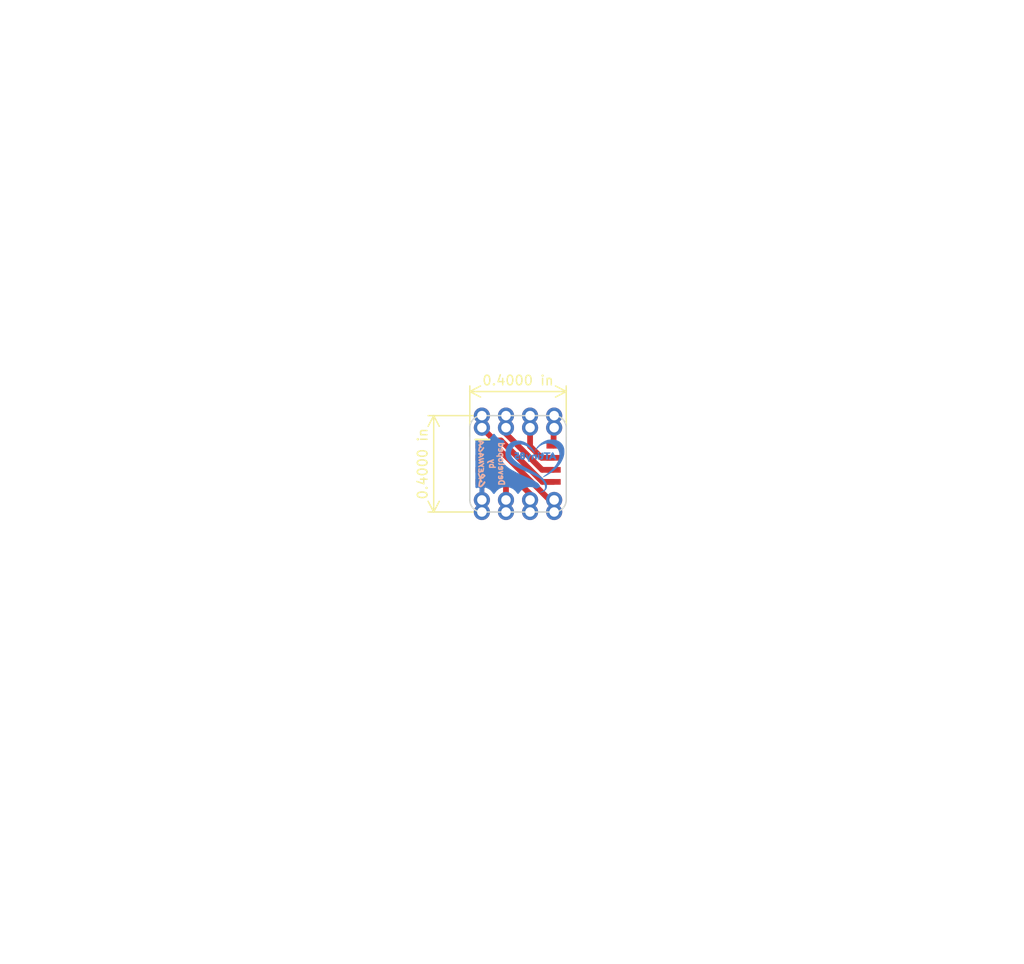
<source format=kicad_pcb>
(kicad_pcb (version 20171130) (host pcbnew 5.1.4-e60b266~84~ubuntu18.04.1)

  (general
    (thickness 1.6)
    (drawings 11)
    (tracks 23)
    (zones 0)
    (modules 5)
    (nets 9)
  )

  (page A4)
  (layers
    (0 F.Cu signal)
    (31 B.Cu signal)
    (34 B.Paste user)
    (35 F.Paste user)
    (36 B.SilkS user)
    (37 F.SilkS user)
    (38 B.Mask user)
    (39 F.Mask user)
    (44 Edge.Cuts user)
    (45 Margin user)
    (46 B.CrtYd user)
    (47 F.CrtYd user)
    (48 B.Fab user)
    (49 F.Fab user)
  )

  (setup
    (last_trace_width 0.25)
    (user_trace_width 0.1524)
    (user_trace_width 0.2032)
    (user_trace_width 0.4)
    (user_trace_width 0.5)
    (user_trace_width 0.6096)
    (user_trace_width 0.8)
    (user_trace_width 1)
    (user_trace_width 2)
    (trace_clearance 0.2)
    (zone_clearance 0.508)
    (zone_45_only no)
    (trace_min 0.1524)
    (via_size 0.6858)
    (via_drill 0.3302)
    (via_min_size 0.508)
    (via_min_drill 0.254)
    (uvia_size 0.762)
    (uvia_drill 0.508)
    (uvias_allowed no)
    (uvia_min_size 0.762)
    (uvia_min_drill 0)
    (edge_width 0.1524)
    (segment_width 0.1524)
    (pcb_text_width 0.1524)
    (pcb_text_size 1.016 1)
    (mod_edge_width 0.1524)
    (mod_text_size 1.016 1.016)
    (mod_text_width 0.1524)
    (pad_size 1.524 1.524)
    (pad_drill 0.762)
    (pad_to_mask_clearance 0.0508)
    (solder_mask_min_width 0.101)
    (pad_to_paste_clearance -0.0762)
    (aux_axis_origin 0 0)
    (visible_elements FFFFFF7F)
    (pcbplotparams
      (layerselection 0x010fc_ffffffff)
      (usegerberextensions false)
      (usegerberattributes false)
      (usegerberadvancedattributes false)
      (creategerberjobfile false)
      (excludeedgelayer true)
      (linewidth 0.100000)
      (plotframeref false)
      (viasonmask false)
      (mode 1)
      (useauxorigin false)
      (hpglpennumber 1)
      (hpglpenspeed 20)
      (hpglpendiameter 15.000000)
      (psnegative false)
      (psa4output false)
      (plotreference true)
      (plotvalue true)
      (plotinvisibletext false)
      (padsonsilk false)
      (subtractmaskfromsilk false)
      (outputformat 1)
      (mirror false)
      (drillshape 0)
      (scaleselection 1)
      (outputdirectory "/home/greynaga/Github/Varios/Reverse-Leds/Attiny85_01/Gerbers/"))
  )

  (net 0 "")
  (net 1 GND)
  (net 2 "Net-(IC1-Pad1)")
  (net 3 "Net-(IC1-Pad2)")
  (net 4 "Net-(IC1-Pad3)")
  (net 5 "Net-(IC1-Pad5)")
  (net 6 "Net-(IC1-Pad6)")
  (net 7 "Net-(IC1-Pad7)")
  (net 8 VCC)

  (net_class Default "This is the default net class."
    (clearance 0.2)
    (trace_width 0.25)
    (via_dia 0.6858)
    (via_drill 0.3302)
    (uvia_dia 0.762)
    (uvia_drill 0.508)
    (add_net GND)
    (add_net "Net-(IC1-Pad1)")
    (add_net "Net-(IC1-Pad2)")
    (add_net "Net-(IC1-Pad3)")
    (add_net "Net-(IC1-Pad5)")
    (add_net "Net-(IC1-Pad6)")
    (add_net "Net-(IC1-Pad7)")
    (add_net VCC)
  )

  (net_class Power ""
    (clearance 0.1524)
    (trace_width 0.6096)
    (via_dia 0.6858)
    (via_drill 0.3302)
    (uvia_dia 0.762)
    (uvia_drill 0.508)
  )

  (module Attiny85_01:Firma_New (layer F.Cu) (tedit 0) (tstamp 5DAA5B6D)
    (at 145.8214 99.56292 270)
    (fp_text reference Ref** (at 0 0 90) (layer F.SilkS) hide
      (effects (font (size 1.27 1.27) (thickness 0.15)))
    )
    (fp_text value Val** (at 0 0 90) (layer F.SilkS) hide
      (effects (font (size 1.27 1.27) (thickness 0.15)))
    )
    (fp_poly (pts (xy -0.378186 -0.471319) (xy -0.364791 -0.443527) (xy -0.345922 -0.386996) (xy -0.32655 -0.317311)
      (xy -0.293117 -0.202963) (xy -0.259737 -0.120324) (xy -0.228198 -0.073243) (xy -0.208502 -0.0635)
      (xy -0.197974 -0.082151) (xy -0.194256 -0.129364) (xy -0.196695 -0.192032) (xy -0.204637 -0.257047)
      (xy -0.217427 -0.311302) (xy -0.22139 -0.321851) (xy -0.217257 -0.358426) (xy -0.189693 -0.40416)
      (xy -0.150388 -0.444571) (xy -0.111029 -0.465175) (xy -0.105323 -0.465667) (xy -0.088209 -0.447725)
      (xy -0.058825 -0.399929) (xy -0.021604 -0.331326) (xy 0.019022 -0.250962) (xy 0.058623 -0.167885)
      (xy 0.092767 -0.091139) (xy 0.117021 -0.029771) (xy 0.126955 0.007172) (xy 0.127 0.008582)
      (xy 0.115352 0.065509) (xy 0.086839 0.116314) (xy 0.051105 0.145741) (xy 0.038764 0.148167)
      (xy 0.001273 0.127178) (xy -0.033673 0.06486) (xy -0.03422 0.0635) (xy -0.060453 0.010717)
      (xy -0.085122 -0.019174) (xy -0.101995 -0.020449) (xy -0.105833 -0.002239) (xy -0.119716 0.025147)
      (xy -0.153264 0.066659) (xy -0.194331 0.109373) (xy -0.23077 0.140365) (xy -0.247199 0.148167)
      (xy -0.27687 0.137075) (xy -0.312911 0.115132) (xy -0.364518 0.063435) (xy -0.406156 -0.015273)
      (xy -0.440981 -0.127547) (xy -0.451369 -0.172404) (xy -0.469024 -0.248274) (xy -0.485688 -0.311042)
      (xy -0.496264 -0.343156) (xy -0.493014 -0.376279) (xy -0.468512 -0.417015) (xy -0.433553 -0.453645)
      (xy -0.398931 -0.474455) (xy -0.378186 -0.471319)) (layer B.SilkS) (width 0.01))
    (fp_poly (pts (xy 0.79208 -0.442648) (xy 0.813375 -0.438379) (xy 0.91605 -0.414523) (xy 0.982039 -0.390855)
      (xy 1.01676 -0.363153) (xy 1.025631 -0.327193) (xy 1.014951 -0.281257) (xy 1.003653 -0.230805)
      (xy 1.012073 -0.182317) (xy 1.035762 -0.129754) (xy 1.063531 -0.058446) (xy 1.078601 0.013089)
      (xy 1.0795 0.029706) (xy 1.068087 0.095097) (xy 1.031619 0.13849) (xy 0.966748 0.161015)
      (xy 0.870127 0.163803) (xy 0.738411 0.147983) (xy 0.732296 0.146967) (xy 0.664348 0.130192)
      (xy 0.610706 0.107537) (xy 0.595385 0.096456) (xy 0.574733 0.069031) (xy 0.583687 0.044112)
      (xy 0.603922 0.023007) (xy 0.631396 0.00148) (xy 0.664004 -0.007551) (xy 0.714572 -0.005497)
      (xy 0.779667 0.00366) (xy 0.865064 0.014412) (xy 0.91409 0.01287) (xy 0.931273 -0.002333)
      (xy 0.921142 -0.032564) (xy 0.917812 -0.038057) (xy 0.877818 -0.065921) (xy 0.802499 -0.083448)
      (xy 0.78914 -0.084984) (xy 0.719918 -0.09703) (xy 0.664585 -0.115235) (xy 0.647921 -0.12506)
      (xy 0.624544 -0.149916) (xy 0.631458 -0.173688) (xy 0.64833 -0.193535) (xy 0.703999 -0.225207)
      (xy 0.76528 -0.232833) (xy 0.824464 -0.238504) (xy 0.843732 -0.253042) (xy 0.823587 -0.272736)
      (xy 0.764535 -0.293873) (xy 0.756708 -0.295874) (xy 0.683255 -0.314224) (xy 0.615198 -0.331395)
      (xy 0.60325 -0.334438) (xy 0.549291 -0.362563) (xy 0.533084 -0.396833) (xy 0.543527 -0.43719)
      (xy 0.589742 -0.458214) (xy 0.672376 -0.460001) (xy 0.79208 -0.442648)) (layer B.SilkS) (width 0.01))
    (fp_poly (pts (xy -0.778598 -0.427894) (xy -0.763192 -0.413892) (xy -0.719133 -0.378112) (xy -0.684023 -0.360283)
      (xy -0.680124 -0.359833) (xy -0.660701 -0.341802) (xy -0.629973 -0.294024) (xy -0.59257 -0.225974)
      (xy -0.553119 -0.147128) (xy -0.516249 -0.066959) (xy -0.486586 0.005057) (xy -0.46876 0.059446)
      (xy -0.465667 0.079232) (xy -0.481074 0.132437) (xy -0.519932 0.157921) (xy -0.570147 0.148891)
      (xy -0.604977 0.11627) (xy -0.614584 0.089213) (xy -0.625157 0.043348) (xy -0.643116 0.002808)
      (xy -0.66436 -0.029938) (xy -0.677401 -0.027247) (xy -0.685084 -0.010332) (xy -0.703631 0.013232)
      (xy -0.742 0.019265) (xy -0.783548 0.015333) (xy -0.844393 0.012873) (xy -0.877574 0.022857)
      (xy -0.877715 0.042004) (xy -0.855289 0.059095) (xy -0.832605 0.081358) (xy -0.840819 0.115779)
      (xy -0.845006 0.123896) (xy -0.881273 0.16282) (xy -0.927277 0.161079) (xy -0.982903 0.119688)
      (xy -1.019636 0.065612) (xy -1.021857 0.014118) (xy -1.023183 -0.034952) (xy -1.045333 -0.054918)
      (xy -1.07603 -0.081651) (xy -1.07112 -0.116747) (xy -1.032618 -0.149159) (xy -1.02772 -0.1515)
      (xy -0.990231 -0.180963) (xy -0.985918 -0.190156) (xy -0.823646 -0.190156) (xy -0.821059 -0.148254)
      (xy -0.799646 -0.120104) (xy -0.799042 -0.119852) (xy -0.751923 -0.108192) (xy -0.722955 -0.114388)
      (xy -0.719667 -0.12229) (xy -0.731591 -0.155618) (xy -0.758869 -0.192529) (xy -0.788762 -0.218367)
      (xy -0.805782 -0.221355) (xy -0.823646 -0.190156) (xy -0.985918 -0.190156) (xy -0.964754 -0.235264)
      (xy -0.953637 -0.279088) (xy -0.940609 -0.345219) (xy -0.932576 -0.396378) (xy -0.931333 -0.411497)
      (xy -0.913232 -0.436934) (xy -0.875475 -0.45393) (xy -0.825929 -0.455543) (xy -0.778598 -0.427894)) (layer B.SilkS) (width 0.01))
    (fp_poly (pts (xy -1.423649 -0.411105) (xy -1.335717 -0.353688) (xy -1.273498 -0.307452) (xy -1.225877 -0.262701)
      (xy -1.181738 -0.209737) (xy -1.161068 -0.182033) (xy -1.11169 -0.088635) (xy -1.103519 -0.000754)
      (xy -1.13661 0.079995) (xy -1.151246 0.098774) (xy -1.186786 0.133792) (xy -1.225057 0.15029)
      (xy -1.282487 0.15373) (xy -1.313528 0.152716) (xy -1.395277 0.142891) (xy -1.500794 0.12155)
      (xy -1.614365 0.092454) (xy -1.720279 0.059366) (xy -1.752422 0.047619) (xy -1.774025 0.046286)
      (xy -1.771003 0.057698) (xy -1.77298 0.088437) (xy -1.796854 0.1294) (xy -1.829014 0.161613)
      (xy -1.854774 0.161632) (xy -1.869741 0.151079) (xy -1.898831 0.112674) (xy -1.92501 0.05625)
      (xy -1.926726 0.051223) (xy -1.948437 0.003672) (xy -1.970854 -0.020732) (xy -1.986556 -0.016274)
      (xy -1.989667 0.002753) (xy -2.009495 0.01727) (xy -2.068451 0.017591) (xy -2.084917 0.015936)
      (xy -2.14787 0.012643) (xy -2.176597 0.02206) (xy -2.180167 0.032586) (xy -2.164511 0.063417)
      (xy -2.155965 0.068039) (xy -2.144584 0.088373) (xy -2.155716 0.122206) (xy -2.180816 0.154271)
      (xy -2.211339 0.169302) (xy -2.212662 0.169333) (xy -2.249627 0.155346) (xy -2.286 0.127)
      (xy -2.318129 0.075046) (xy -2.328333 0.028125) (xy -2.342086 -0.031088) (xy -2.365094 -0.069037)
      (xy -2.389515 -0.100881) (xy -2.383196 -0.121833) (xy -2.361976 -0.138817) (xy -2.350741 -0.144516)
      (xy -2.127848 -0.144516) (xy -2.112603 -0.12404) (xy -2.079067 -0.111567) (xy -2.039191 -0.105721)
      (xy -2.013036 -0.108816) (xy -2.010833 -0.112305) (xy -2.022144 -0.131707) (xy -2.050361 -0.172199)
      (xy -2.061268 -0.187136) (xy -2.111702 -0.255496) (xy -2.125995 -0.198547) (xy -2.127848 -0.144516)
      (xy -2.350741 -0.144516) (xy -2.324679 -0.157735) (xy -2.305628 -0.157799) (xy -2.293096 -0.171021)
      (xy -2.277216 -0.215666) (xy -2.264148 -0.269602) (xy -2.246507 -0.353874) (xy -2.232943 -0.405721)
      (xy -2.218831 -0.434147) (xy -2.19955 -0.448156) (xy -2.170476 -0.456752) (xy -2.167714 -0.457444)
      (xy -2.117891 -0.460002) (xy -2.091672 -0.436908) (xy -2.059917 -0.403306) (xy -2.009964 -0.369979)
      (xy -2.00796 -0.368931) (xy -1.953087 -0.323207) (xy -1.90339 -0.242968) (xy -1.890637 -0.215473)
      (xy -1.861981 -0.151662) (xy -1.840402 -0.105697) (xy -1.831441 -0.088912) (xy -1.81206 -0.095835)
      (xy -1.769979 -0.120625) (xy -1.744987 -0.137074) (xy -1.659725 -0.186023) (xy -1.59242 -0.207122)
      (xy -1.546994 -0.20095) (xy -1.527368 -0.168087) (xy -1.537465 -0.109112) (xy -1.538414 -0.106558)
      (xy -1.561886 -0.044374) (xy -1.452985 -0.02014) (xy -1.376586 -0.007284) (xy -1.306333 -0.002173)
      (xy -1.280583 -0.003244) (xy -1.217083 -0.010583) (xy -1.315775 -0.116417) (xy -1.389124 -0.184707)
      (xy -1.47496 -0.250005) (xy -1.532659 -0.28575) (xy -1.59389 -0.321092) (xy -1.636631 -0.350433)
      (xy -1.650926 -0.366087) (xy -1.637347 -0.390982) (xy -1.60399 -0.429835) (xy -1.598274 -0.435651)
      (xy -1.545547 -0.488378) (xy -1.423649 -0.411105)) (layer B.SilkS) (width 0.01))
    (fp_poly (pts (xy 1.430236 -0.598473) (xy 1.477319 -0.558436) (xy 1.5231 -0.509075) (xy 1.577566 -0.451008)
      (xy 1.620277 -0.419202) (xy 1.640195 -0.415594) (xy 1.65884 -0.412805) (xy 1.676397 -0.385695)
      (xy 1.694892 -0.329012) (xy 1.716348 -0.237507) (xy 1.725112 -0.195398) (xy 1.739203 -0.126213)
      (xy 1.796287 -0.174231) (xy 1.85302 -0.213981) (xy 1.923447 -0.253392) (xy 1.942199 -0.262287)
      (xy 2.001763 -0.285627) (xy 2.038652 -0.288638) (xy 2.063263 -0.27557) (xy 2.091915 -0.226612)
      (xy 2.088887 -0.16219) (xy 2.075278 -0.128765) (xy 2.068758 -0.106332) (xy 2.083556 -0.090229)
      (xy 2.127412 -0.075419) (xy 2.174348 -0.064284) (xy 2.296034 -0.040829) (xy 2.381189 -0.03336)
      (xy 2.432399 -0.041681) (xy 2.437588 -0.044448) (xy 2.43861 -0.066529) (xy 2.412262 -0.107705)
      (xy 2.365024 -0.161649) (xy 2.303376 -0.222036) (xy 2.233799 -0.282539) (xy 2.162773 -0.336833)
      (xy 2.096779 -0.378591) (xy 2.093444 -0.380388) (xy 2.024741 -0.4193) (xy 1.987027 -0.448656)
      (xy 1.972616 -0.476116) (xy 1.972568 -0.500833) (xy 1.994856 -0.550038) (xy 2.033147 -0.585994)
      (xy 2.063766 -0.601666) (xy 2.092034 -0.603836) (xy 2.129234 -0.589588) (xy 2.18665 -0.556005)
      (xy 2.213064 -0.539487) (xy 2.330194 -0.457162) (xy 2.435478 -0.366805) (xy 2.520464 -0.27657)
      (xy 2.576698 -0.194608) (xy 2.582154 -0.183481) (xy 2.606784 -0.083376) (xy 2.590591 0.014135)
      (xy 2.536476 0.099697) (xy 2.508364 0.126765) (xy 2.479124 0.141556) (xy 2.43687 0.146402)
      (xy 2.369714 0.143636) (xy 2.328333 0.140539) (xy 2.22566 0.127315) (xy 2.113678 0.104506)
      (xy 2.003264 0.075242) (xy 1.905297 0.042649) (xy 1.830655 0.009855) (xy 1.797519 -0.012074)
      (xy 1.77062 -0.033628) (xy 1.759316 -0.027103) (xy 1.756857 0.013975) (xy 1.756833 0.026957)
      (xy 1.74597 0.092901) (xy 1.718115 0.140273) (xy 1.680371 0.15929) (xy 1.662909 0.15633)
      (xy 1.634562 0.130094) (xy 1.608438 0.084114) (xy 1.583166 0.023103) (xy 1.527125 0.064348)
      (xy 1.466643 0.099113) (xy 1.383974 0.134744) (xy 1.295106 0.16552) (xy 1.216025 0.185718)
      (xy 1.174614 0.1905) (xy 1.129561 0.179947) (xy 1.108912 0.160289) (xy 1.102403 0.115441)
      (xy 1.104284 0.082417) (xy 1.116615 0.051953) (xy 1.149529 0.030515) (xy 1.213149 0.01194)
      (xy 1.224136 0.009429) (xy 1.311572 -0.014319) (xy 1.382423 -0.041317) (xy 1.427652 -0.067606)
      (xy 1.439333 -0.084893) (xy 1.421139 -0.099272) (xy 1.375703 -0.11784) (xy 1.357532 -0.123641)
      (xy 1.257957 -0.16581) (xy 1.192556 -0.220981) (xy 1.164872 -0.285951) (xy 1.164167 -0.298713)
      (xy 1.169479 -0.32836) (xy 1.344064 -0.32836) (xy 1.360243 -0.306524) (xy 1.401237 -0.286)
      (xy 1.460822 -0.262108) (xy 1.491537 -0.256898) (xy 1.502203 -0.26977) (xy 1.502833 -0.279094)
      (xy 1.489177 -0.310736) (xy 1.457298 -0.352075) (xy 1.420829 -0.387687) (xy 1.394055 -0.402167)
      (xy 1.372126 -0.385745) (xy 1.354357 -0.359255) (xy 1.344064 -0.32836) (xy 1.169479 -0.32836)
      (xy 1.178155 -0.376771) (xy 1.214978 -0.45761) (xy 1.266921 -0.530826) (xy 1.32627 -0.586021)
      (xy 1.38531 -0.612791) (xy 1.397883 -0.613833) (xy 1.430236 -0.598473)) (layer B.SilkS) (width 0.01))
    (fp_poly (pts (xy 0.142025 -0.458421) (xy 0.195948 -0.403741) (xy 0.215069 -0.381865) (xy 0.271267 -0.322996)
      (xy 0.308753 -0.300541) (xy 0.330166 -0.314356) (xy 0.33814 -0.364298) (xy 0.338342 -0.375165)
      (xy 0.353112 -0.412283) (xy 0.388066 -0.446779) (xy 0.42991 -0.47007) (xy 0.465349 -0.473574)
      (xy 0.476901 -0.464614) (xy 0.483025 -0.427646) (xy 0.479267 -0.364603) (xy 0.467841 -0.289979)
      (xy 0.450964 -0.218266) (xy 0.430986 -0.164224) (xy 0.415805 -0.127263) (xy 0.415683 -0.092563)
      (xy 0.432804 -0.045637) (xy 0.45604 0.001888) (xy 0.486172 0.064026) (xy 0.497856 0.101469)
      (xy 0.492652 0.12683) (xy 0.474375 0.150238) (xy 0.436981 0.18415) (xy 0.407965 0.183269)
      (xy 0.376891 0.153458) (xy 0.352461 0.118373) (xy 0.315023 0.057066) (xy 0.271334 -0.019252)
      (xy 0.255748 -0.04756) (xy 0.212524 -0.124925) (xy 0.174317 -0.189748) (xy 0.147368 -0.231568)
      (xy 0.141428 -0.239196) (xy 0.11166 -0.271873) (xy 0.068174 -0.319358) (xy 0.054598 -0.334146)
      (xy 0.017091 -0.377317) (xy 0.005756 -0.403971) (xy 0.017604 -0.428283) (xy 0.03142 -0.444135)
      (xy 0.067633 -0.475948) (xy 0.101877 -0.4816) (xy 0.142025 -0.458421)) (layer B.SilkS) (width 0.01))
  )

  (module Attiny85_01:Heart (layer F.Cu) (tedit 0) (tstamp 5DAA5A7F)
    (at 150.06828 99.90328)
    (fp_text reference Ref** (at 0 0) (layer F.SilkS) hide
      (effects (font (size 1.27 1.27) (thickness 0.15)))
    )
    (fp_text value Val** (at 0 0) (layer F.SilkS) hide
      (effects (font (size 1.27 1.27) (thickness 0.15)))
    )
    (fp_poly (pts (xy 2.005624 -1.456023) (xy 2.033221 -1.439107) (xy 2.042212 -1.419337) (xy 2.049395 -1.351923)
      (xy 2.022415 -1.308326) (xy 1.963126 -1.291302) (xy 1.955826 -1.291167) (xy 1.89905 -1.29963)
      (xy 1.870912 -1.321377) (xy 1.864421 -1.365943) (xy 1.866284 -1.400752) (xy 1.879712 -1.435267)
      (xy 1.915292 -1.451788) (xy 1.950827 -1.456379) (xy 2.005624 -1.456023)) (layer B.Mask) (width 0.01))
    (fp_poly (pts (xy 3.20675 -1.344083) (xy 3.204991 -1.309396) (xy 3.193209 -1.289845) (xy 3.161641 -1.28028)
      (xy 3.100526 -1.275552) (xy 3.074458 -1.274282) (xy 2.942167 -1.26798) (xy 2.942167 -0.995555)
      (xy 2.941205 -0.88992) (xy 2.938579 -0.797852) (xy 2.934678 -0.728598) (xy 2.929889 -0.691401)
      (xy 2.929319 -0.689648) (xy 2.901949 -0.668224) (xy 2.852414 -0.656457) (xy 2.80024 -0.656659)
      (xy 2.765778 -0.670278) (xy 2.760644 -0.695514) (xy 2.756345 -0.75495) (xy 2.753256 -0.840454)
      (xy 2.751753 -0.943894) (xy 2.751667 -0.976185) (xy 2.751667 -1.26798) (xy 2.619375 -1.274282)
      (xy 2.547283 -1.27856) (xy 2.507721 -1.2861) (xy 2.490928 -1.302053) (xy 2.487142 -1.331568)
      (xy 2.487083 -1.344083) (xy 2.487083 -1.407583) (xy 3.20675 -1.407583) (xy 3.20675 -1.344083)) (layer B.Mask) (width 0.01))
    (fp_poly (pts (xy 2.430991 -1.356996) (xy 2.450991 -1.288118) (xy 2.45119 -1.2859) (xy 2.465104 -1.227051)
      (xy 2.496366 -1.200759) (xy 2.498815 -1.200067) (xy 2.529077 -1.173497) (xy 2.542421 -1.1254)
      (xy 2.538723 -1.072847) (xy 2.517863 -1.032909) (xy 2.500078 -1.022764) (xy 2.476448 -1.008337)
      (xy 2.46188 -0.973897) (xy 2.452924 -0.909714) (xy 2.450871 -0.883969) (xy 2.442077 -0.805959)
      (xy 2.425989 -0.755526) (xy 2.39706 -0.717952) (xy 2.38378 -0.70589) (xy 2.329652 -0.674596)
      (xy 2.264898 -0.657556) (xy 2.20327 -0.6559) (xy 2.158517 -0.670757) (xy 2.146078 -0.686377)
      (xy 2.138161 -0.749474) (xy 2.16039 -0.800709) (xy 2.201333 -0.825476) (xy 2.236174 -0.840345)
      (xy 2.253581 -0.87232) (xy 2.260759 -0.926885) (xy 2.262988 -0.98287) (xy 2.253521 -1.008524)
      (xy 2.224575 -1.015672) (xy 2.202096 -1.016) (xy 2.146355 -1.027242) (xy 2.114035 -1.066239)
      (xy 2.103107 -1.129824) (xy 2.127612 -1.179319) (xy 2.181405 -1.204935) (xy 2.202078 -1.2065)
      (xy 2.242393 -1.209939) (xy 2.260266 -1.228354) (xy 2.264746 -1.273893) (xy 2.264833 -1.290764)
      (xy 2.268649 -1.346871) (xy 2.285505 -1.375132) (xy 2.321026 -1.38913) (xy 2.387506 -1.390797)
      (xy 2.430991 -1.356996)) (layer B.Mask) (width 0.01))
    (fp_poly (pts (xy 2.016106 -1.189417) (xy 2.037333 -1.153658) (xy 2.048649 -1.090399) (xy 2.052851 -0.993567)
      (xy 2.053167 -0.941056) (xy 2.051966 -0.846213) (xy 2.04873 -0.765108) (xy 2.044008 -0.708473)
      (xy 2.040319 -0.689648) (xy 2.012497 -0.666775) (xy 1.963598 -0.656527) (xy 1.912111 -0.659532)
      (xy 1.876528 -0.676418) (xy 1.871855 -0.683919) (xy 1.868106 -0.715257) (xy 1.866028 -0.779202)
      (xy 1.865787 -0.866057) (xy 1.867228 -0.953794) (xy 1.87325 -1.195917) (xy 1.932738 -1.202738)
      (xy 1.982173 -1.203752) (xy 2.016106 -1.189417)) (layer B.Mask) (width 0.01))
    (fp_poly (pts (xy 1.726247 -1.196729) (xy 1.7526 -1.1811) (xy 1.763101 -1.150031) (xy 1.770942 -1.087752)
      (xy 1.775966 -1.005311) (xy 1.77802 -0.913758) (xy 1.77695 -0.824141) (xy 1.772602 -0.747509)
      (xy 1.764821 -0.69491) (xy 1.759581 -0.681055) (xy 1.725371 -0.662239) (xy 1.669947 -0.659888)
      (xy 1.598083 -0.66675) (xy 1.591724 -0.814034) (xy 1.583877 -0.910673) (xy 1.568147 -0.971996)
      (xy 1.541149 -1.00478) (xy 1.499502 -1.015803) (xy 1.490907 -1.016) (xy 1.452969 -1.010236)
      (xy 1.427651 -0.987976) (xy 1.411475 -0.941774) (xy 1.400962 -0.864181) (xy 1.397 -0.814917)
      (xy 1.390728 -0.737525) (xy 1.382656 -0.692768) (xy 1.36813 -0.671045) (xy 1.342499 -0.662753)
      (xy 1.322156 -0.660455) (xy 1.271965 -0.660491) (xy 1.242781 -0.669275) (xy 1.232069 -0.70189)
      (xy 1.227032 -0.764134) (xy 1.227161 -0.843755) (xy 1.23195 -0.928504) (xy 1.240893 -1.006129)
      (xy 1.253483 -1.064378) (xy 1.259775 -1.080193) (xy 1.314902 -1.148627) (xy 1.389358 -1.190911)
      (xy 1.471037 -1.202856) (xy 1.547831 -1.18027) (xy 1.548219 -1.180042) (xy 1.58418 -1.164248)
      (xy 1.600912 -1.175827) (xy 1.602613 -1.180042) (xy 1.629223 -1.200053) (xy 1.676748 -1.20566)
      (xy 1.726247 -1.196729)) (layer B.Mask) (width 0.01))
    (fp_poly (pts (xy 3.499665 -1.400461) (xy 3.508087 -1.391708) (xy 3.523799 -1.364509) (xy 3.55414 -1.305969)
      (xy 3.595632 -1.223015) (xy 3.644799 -1.122574) (xy 3.683779 -1.041689) (xy 3.740762 -0.921427)
      (xy 3.780681 -0.833306) (xy 3.805529 -0.771667) (xy 3.817299 -0.730852) (xy 3.817984 -0.7052)
      (xy 3.809577 -0.689051) (xy 3.808392 -0.687821) (xy 3.763611 -0.661271) (xy 3.72638 -0.651549)
      (xy 3.689349 -0.655612) (xy 3.657336 -0.683361) (xy 3.624335 -0.735542) (xy 3.573995 -0.8255)
      (xy 3.305172 -0.8255) (xy 3.255678 -0.735777) (xy 3.211034 -0.669403) (xy 3.168547 -0.64214)
      (xy 3.121873 -0.651627) (xy 3.089339 -0.673882) (xy 3.039127 -0.714542) (xy 3.161438 -0.973667)
      (xy 3.364413 -0.973667) (xy 3.428456 -0.973667) (xy 3.476338 -0.981858) (xy 3.4925 -1.001371)
      (xy 3.480784 -1.039569) (xy 3.463378 -1.068902) (xy 3.442607 -1.092306) (xy 3.426126 -1.087199)
      (xy 3.403399 -1.049025) (xy 3.399334 -1.041198) (xy 3.364413 -0.973667) (xy 3.161438 -0.973667)
      (xy 3.182709 -1.018729) (xy 3.234103 -1.126541) (xy 3.281439 -1.223875) (xy 3.320819 -1.30286)
      (xy 3.348346 -1.355629) (xy 3.356967 -1.370542) (xy 3.399408 -1.406788) (xy 3.452889 -1.417589)
      (xy 3.499665 -1.400461)) (layer B.Mask) (width 0.01))
    (fp_poly (pts (xy 0.392996 -1.40144) (xy 0.466208 -1.340576) (xy 0.474965 -1.328911) (xy 0.501302 -1.261702)
      (xy 0.506291 -1.179698) (xy 0.48895 -1.105217) (xy 0.485146 -1.097515) (xy 0.47444 -1.055549)
      (xy 0.497969 -1.01539) (xy 0.498236 -1.015094) (xy 0.523919 -0.961014) (xy 0.532391 -0.886564)
      (xy 0.523226 -0.810239) (xy 0.504061 -0.762119) (xy 0.457116 -0.71388) (xy 0.386006 -0.670818)
      (xy 0.308694 -0.642236) (xy 0.260135 -0.635829) (xy 0.19831 -0.645154) (xy 0.132708 -0.666382)
      (xy 0.066808 -0.712956) (xy 0.012916 -0.782582) (xy -0.017752 -0.859017) (xy -0.020347 -0.882912)
      (xy 0.169597 -0.882912) (xy 0.189068 -0.844108) (xy 0.216958 -0.827319) (xy 0.278689 -0.822603)
      (xy 0.333095 -0.848634) (xy 0.34905 -0.86751) (xy 0.351196 -0.905136) (xy 0.326529 -0.944641)
      (xy 0.286851 -0.970555) (xy 0.268072 -0.973667) (xy 0.213262 -0.95961) (xy 0.179049 -0.925386)
      (xy 0.169597 -0.882912) (xy -0.020347 -0.882912) (xy -0.021009 -0.889) (xy -0.00996 -0.943713)
      (xy 0.016806 -1.003877) (xy 0.018544 -1.006778) (xy 0.043158 -1.054413) (xy 0.04345 -1.086721)
      (xy 0.029048 -1.111365) (xy 0.001558 -1.181731) (xy 0.003673 -1.202558) (xy 0.194899 -1.202558)
      (xy 0.202653 -1.166436) (xy 0.23789 -1.146638) (xy 0.259197 -1.146807) (xy 0.301942 -1.170529)
      (xy 0.313327 -1.198514) (xy 0.304615 -1.241211) (xy 0.271078 -1.257687) (xy 0.224735 -1.242568)
      (xy 0.220868 -1.239857) (xy 0.194899 -1.202558) (xy 0.003673 -1.202558) (xy 0.009484 -1.259766)
      (xy 0.049747 -1.335527) (xy 0.117844 -1.398136) (xy 0.205898 -1.432723) (xy 0.301921 -1.43299)
      (xy 0.392996 -1.40144)) (layer B.Mask) (width 0.01))
    (fp_poly (pts (xy -0.129877 -1.35382) (xy -0.116621 -1.300058) (xy -0.103508 -1.221209) (xy -0.093466 -1.135211)
      (xy -0.079488 -0.980948) (xy -0.143657 -0.954368) (xy -0.204699 -0.938853) (xy -0.250688 -0.950728)
      (xy -0.315245 -0.972202) (xy -0.361756 -0.956474) (xy -0.381724 -0.92998) (xy -0.393747 -0.879196)
      (xy -0.373008 -0.844548) (xy -0.32706 -0.829261) (xy -0.263459 -0.836559) (xy -0.211514 -0.857329)
      (xy -0.16662 -0.876673) (xy -0.137071 -0.871115) (xy -0.106083 -0.842058) (xy -0.072651 -0.791252)
      (xy -0.077709 -0.746011) (xy -0.122465 -0.698774) (xy -0.129874 -0.693124) (xy -0.211635 -0.654932)
      (xy -0.309649 -0.641766) (xy -0.405003 -0.655083) (xy -0.440307 -0.669227) (xy -0.515498 -0.727949)
      (xy -0.560019 -0.805341) (xy -0.575187 -0.892344) (xy -0.562323 -0.979899) (xy -0.522743 -1.058949)
      (xy -0.457766 -1.120435) (xy -0.369593 -1.155135) (xy -0.315814 -1.173053) (xy -0.296665 -1.202752)
      (xy -0.296333 -1.208856) (xy -0.30172 -1.231376) (xy -0.324263 -1.243489) (xy -0.373538 -1.248244)
      (xy -0.421907 -1.248833) (xy -0.494186 -1.250912) (xy -0.535018 -1.259334) (xy -0.55518 -1.277382)
      (xy -0.560917 -1.291167) (xy -0.565942 -1.347462) (xy -0.560917 -1.375833) (xy -0.550795 -1.395769)
      (xy -0.53015 -1.408266) (xy -0.490504 -1.415025) (xy -0.423377 -1.417749) (xy -0.349894 -1.418167)
      (xy -0.152308 -1.418167) (xy -0.129877 -1.35382)) (layer B.Mask) (width 0.01))
    (fp_poly (pts (xy 1.099334 -1.209503) (xy 1.122472 -1.199563) (xy 1.163495 -1.168909) (xy 1.180793 -1.140362)
      (xy 1.173147 -1.108959) (xy 1.14739 -1.05114) (xy 1.107995 -0.976292) (xy 1.07719 -0.922948)
      (xy 1.026538 -0.837336) (xy 0.995612 -0.775933) (xy 0.98323 -0.726136) (xy 0.988206 -0.675347)
      (xy 1.009357 -0.610963) (xy 1.040533 -0.532748) (xy 1.057096 -0.48356) (xy 1.05277 -0.455177)
      (xy 1.027824 -0.432206) (xy 0.983837 -0.406195) (xy 0.947189 -0.403011) (xy 0.912789 -0.426671)
      (xy 0.875548 -0.48119) (xy 0.830375 -0.57058) (xy 0.817654 -0.597958) (xy 0.741888 -0.763658)
      (xy 0.683395 -0.8952) (xy 0.641284 -0.996663) (xy 0.614666 -1.07213) (xy 0.602653 -1.125682)
      (xy 0.604354 -1.161399) (xy 0.618881 -1.183363) (xy 0.645343 -1.195655) (xy 0.682853 -1.202356)
      (xy 0.685875 -1.202722) (xy 0.718392 -1.202597) (xy 0.743217 -1.18748) (xy 0.768046 -1.149154)
      (xy 0.799863 -1.081014) (xy 0.830672 -1.015896) (xy 0.85642 -0.969661) (xy 0.871278 -0.9525)
      (xy 0.888598 -0.96942) (xy 0.919093 -1.013474) (xy 0.951081 -1.066437) (xy 0.998916 -1.146094)
      (xy 1.035034 -1.192967) (xy 1.066239 -1.212343) (xy 1.099334 -1.209503)) (layer B.Mask) (width 0.01))
    (fp_poly (pts (xy 3.450544 -2.761277) (xy 3.596409 -2.752085) (xy 3.71995 -2.735329) (xy 3.767667 -2.724564)
      (xy 3.98622 -2.645414) (xy 4.179923 -2.533792) (xy 4.346218 -2.392238) (xy 4.482546 -2.223292)
      (xy 4.586347 -2.029496) (xy 4.645626 -1.852928) (xy 4.665009 -1.740526) (xy 4.675139 -1.600737)
      (xy 4.676038 -1.447481) (xy 4.667726 -1.294677) (xy 4.650222 -1.156244) (xy 4.644559 -1.126233)
      (xy 4.592273 -0.932534) (xy 4.513458 -0.723305) (xy 4.413845 -0.51043) (xy 4.299165 -0.305793)
      (xy 4.175147 -0.121278) (xy 4.134643 -0.068697) (xy 3.923106 0.171376) (xy 3.678099 0.406747)
      (xy 3.40842 0.63038) (xy 3.122866 0.835236) (xy 2.830237 1.014277) (xy 2.683227 1.092316)
      (xy 2.56375 1.15019) (xy 2.476565 1.187647) (xy 2.422581 1.204475) (xy 2.402708 1.200461)
      (xy 2.417855 1.175391) (xy 2.446948 1.147671) (xy 2.487391 1.114801) (xy 2.554201 1.063335)
      (xy 2.639346 0.999346) (xy 2.734792 0.928911) (xy 2.775031 0.899583) (xy 2.901592 0.801775)
      (xy 3.042362 0.682967) (xy 3.189969 0.550252) (xy 3.33704 0.410723) (xy 3.476201 0.27147)
      (xy 3.60008 0.139587) (xy 3.701304 0.022166) (xy 3.743226 -0.03175) (xy 3.83118 -0.162474)
      (xy 3.919397 -0.314137) (xy 4.000597 -0.472711) (xy 4.067501 -0.62417) (xy 4.105674 -0.73025)
      (xy 4.143256 -0.891726) (xy 4.162625 -1.066367) (xy 4.162936 -1.237975) (xy 4.143347 -1.390347)
      (xy 4.140643 -1.402292) (xy 4.089885 -1.567656) (xy 4.01721 -1.715569) (xy 3.916268 -1.85689)
      (xy 3.801889 -1.981556) (xy 3.631325 -2.131203) (xy 3.45662 -2.241006) (xy 3.27208 -2.313424)
      (xy 3.072014 -2.350919) (xy 2.931583 -2.357726) (xy 2.704895 -2.33866) (xy 2.485218 -2.280269)
      (xy 2.271188 -2.181874) (xy 2.061438 -2.042792) (xy 1.854604 -1.862341) (xy 1.772985 -1.779066)
      (xy 1.703249 -1.706046) (xy 1.643856 -1.645849) (xy 1.600785 -1.604394) (xy 1.580016 -1.587601)
      (xy 1.579493 -1.5875) (xy 1.567773 -1.594935) (xy 1.573084 -1.62014) (xy 1.597582 -1.667465)
      (xy 1.643425 -1.74126) (xy 1.693018 -1.816455) (xy 1.874699 -2.054342) (xy 2.081453 -2.264378)
      (xy 2.308993 -2.443343) (xy 2.553034 -2.588019) (xy 2.809289 -2.695186) (xy 2.899833 -2.722894)
      (xy 3.006999 -2.743713) (xy 3.143039 -2.757067) (xy 3.295154 -2.762929) (xy 3.450544 -2.761277)) (layer B.Mask) (width 0.01))
    (fp_poly (pts (xy 0.067273 -2.635219) (xy 0.312658 -2.571245) (xy 0.392824 -2.542328) (xy 0.620909 -2.432962)
      (xy 0.839613 -2.28631) (xy 1.043836 -2.107201) (xy 1.22848 -1.900465) (xy 1.388445 -1.670931)
      (xy 1.473019 -1.519237) (xy 1.512617 -1.440301) (xy 1.534893 -1.391739) (xy 1.541878 -1.366276)
      (xy 1.535602 -1.356633) (xy 1.518708 -1.355516) (xy 1.492762 -1.371521) (xy 1.451187 -1.412443)
      (xy 1.407583 -1.463772) (xy 1.229717 -1.666662) (xy 1.039936 -1.841381) (xy 0.841525 -1.987089)
      (xy 0.637769 -2.102942) (xy 0.431953 -2.188098) (xy 0.227362 -2.241714) (xy 0.02728 -2.262947)
      (xy -0.165006 -2.250956) (xy -0.346212 -2.204897) (xy -0.513053 -2.123928) (xy -0.662244 -2.007206)
      (xy -0.672359 -1.997258) (xy -0.778535 -1.867965) (xy -0.863935 -1.717291) (xy -0.925062 -1.555303)
      (xy -0.958418 -1.392065) (xy -0.960503 -1.237644) (xy -0.953404 -1.188606) (xy -0.907004 -1.038962)
      (xy -0.824391 -0.886936) (xy -0.704709 -0.731693) (xy -0.547102 -0.572397) (xy -0.350715 -0.408212)
      (xy -0.11469 -0.238304) (xy 0.161827 -0.061837) (xy 0.262614 -0.001724) (xy 0.333066 0.038574)
      (xy 0.433622 0.094601) (xy 0.556935 0.162339) (xy 0.695662 0.237773) (xy 0.842458 0.316889)
      (xy 0.971698 0.38595) (xy 1.119437 0.465029) (xy 1.265414 0.544033) (xy 1.402308 0.618934)
      (xy 1.522795 0.685704) (xy 1.619553 0.740317) (xy 1.679034 0.774987) (xy 1.931644 0.937335)
      (xy 2.159086 1.105404) (xy 2.358557 1.276425) (xy 2.52725 1.44763) (xy 2.662362 1.616251)
      (xy 2.761085 1.77952) (xy 2.806518 1.887595) (xy 2.839885 2.03803) (xy 2.843243 2.193157)
      (xy 2.817121 2.339329) (xy 2.785781 2.420646) (xy 2.704258 2.545721) (xy 2.59458 2.65376)
      (xy 2.465952 2.738712) (xy 2.327585 2.794527) (xy 2.188686 2.815154) (xy 2.185339 2.815167)
      (xy 2.130117 2.813601) (xy 2.099571 2.809624) (xy 2.097264 2.80701) (xy 2.119604 2.795696)
      (xy 2.171383 2.772696) (xy 2.242838 2.742307) (xy 2.269243 2.731319) (xy 2.412978 2.657814)
      (xy 2.523368 2.57117) (xy 2.597036 2.474405) (xy 2.620948 2.417064) (xy 2.644321 2.268647)
      (xy 2.631753 2.107562) (xy 2.584869 1.940655) (xy 2.505294 1.774774) (xy 2.447226 1.685115)
      (xy 2.382483 1.600853) (xy 2.310607 1.521252) (xy 2.228328 1.444312) (xy 2.132374 1.368034)
      (xy 2.019475 1.290418) (xy 1.886359 1.209464) (xy 1.729756 1.123173) (xy 1.546395 1.029544)
      (xy 1.333005 0.926578) (xy 1.086315 0.812275) (xy 0.831631 0.697393) (xy 0.473909 0.535249)
      (xy 0.154139 0.385026) (xy -0.129861 0.24517) (xy -0.38027 0.114124) (xy -0.599267 -0.009668)
      (xy -0.789032 -0.127761) (xy -0.951746 -0.24171) (xy -1.089588 -0.353072) (xy -1.204738 -0.463403)
      (xy -1.299376 -0.574257) (xy -1.375681 -0.68719) (xy -1.435834 -0.803759) (xy -1.482014 -0.925519)
      (xy -1.492985 -0.961612) (xy -1.512975 -1.063576) (xy -1.524741 -1.193371) (xy -1.528279 -1.337302)
      (xy -1.523589 -1.481672) (xy -1.510666 -1.612785) (xy -1.493119 -1.703917) (xy -1.415385 -1.924447)
      (xy -1.306344 -2.119003) (xy -1.169166 -2.286174) (xy -1.007022 -2.424551) (xy -0.823079 -2.532726)
      (xy -0.620509 -2.60929) (xy -0.40248 -2.652832) (xy -0.172163 -2.661945) (xy 0.067273 -2.635219)) (layer B.Mask) (width 0.01))
    (fp_poly (pts (xy 2.005624 -1.456023) (xy 2.033221 -1.439107) (xy 2.042212 -1.419337) (xy 2.049395 -1.351923)
      (xy 2.022415 -1.308326) (xy 1.963126 -1.291302) (xy 1.955826 -1.291167) (xy 1.89905 -1.29963)
      (xy 1.870912 -1.321377) (xy 1.864421 -1.365943) (xy 1.866284 -1.400752) (xy 1.879712 -1.435267)
      (xy 1.915292 -1.451788) (xy 1.950827 -1.456379) (xy 2.005624 -1.456023)) (layer B.Cu) (width 0.01))
    (fp_poly (pts (xy 3.20675 -1.344083) (xy 3.204991 -1.309396) (xy 3.193209 -1.289845) (xy 3.161641 -1.28028)
      (xy 3.100526 -1.275552) (xy 3.074458 -1.274282) (xy 2.942167 -1.26798) (xy 2.942167 -0.995555)
      (xy 2.941205 -0.88992) (xy 2.938579 -0.797852) (xy 2.934678 -0.728598) (xy 2.929889 -0.691401)
      (xy 2.929319 -0.689648) (xy 2.901949 -0.668224) (xy 2.852414 -0.656457) (xy 2.80024 -0.656659)
      (xy 2.765778 -0.670278) (xy 2.760644 -0.695514) (xy 2.756345 -0.75495) (xy 2.753256 -0.840454)
      (xy 2.751753 -0.943894) (xy 2.751667 -0.976185) (xy 2.751667 -1.26798) (xy 2.619375 -1.274282)
      (xy 2.547283 -1.27856) (xy 2.507721 -1.2861) (xy 2.490928 -1.302053) (xy 2.487142 -1.331568)
      (xy 2.487083 -1.344083) (xy 2.487083 -1.407583) (xy 3.20675 -1.407583) (xy 3.20675 -1.344083)) (layer B.Cu) (width 0.01))
    (fp_poly (pts (xy 2.430991 -1.356996) (xy 2.450991 -1.288118) (xy 2.45119 -1.2859) (xy 2.465104 -1.227051)
      (xy 2.496366 -1.200759) (xy 2.498815 -1.200067) (xy 2.529077 -1.173497) (xy 2.542421 -1.1254)
      (xy 2.538723 -1.072847) (xy 2.517863 -1.032909) (xy 2.500078 -1.022764) (xy 2.476448 -1.008337)
      (xy 2.46188 -0.973897) (xy 2.452924 -0.909714) (xy 2.450871 -0.883969) (xy 2.442077 -0.805959)
      (xy 2.425989 -0.755526) (xy 2.39706 -0.717952) (xy 2.38378 -0.70589) (xy 2.329652 -0.674596)
      (xy 2.264898 -0.657556) (xy 2.20327 -0.6559) (xy 2.158517 -0.670757) (xy 2.146078 -0.686377)
      (xy 2.138161 -0.749474) (xy 2.16039 -0.800709) (xy 2.201333 -0.825476) (xy 2.236174 -0.840345)
      (xy 2.253581 -0.87232) (xy 2.260759 -0.926885) (xy 2.262988 -0.98287) (xy 2.253521 -1.008524)
      (xy 2.224575 -1.015672) (xy 2.202096 -1.016) (xy 2.146355 -1.027242) (xy 2.114035 -1.066239)
      (xy 2.103107 -1.129824) (xy 2.127612 -1.179319) (xy 2.181405 -1.204935) (xy 2.202078 -1.2065)
      (xy 2.242393 -1.209939) (xy 2.260266 -1.228354) (xy 2.264746 -1.273893) (xy 2.264833 -1.290764)
      (xy 2.268649 -1.346871) (xy 2.285505 -1.375132) (xy 2.321026 -1.38913) (xy 2.387506 -1.390797)
      (xy 2.430991 -1.356996)) (layer B.Cu) (width 0.01))
    (fp_poly (pts (xy 2.016106 -1.189417) (xy 2.037333 -1.153658) (xy 2.048649 -1.090399) (xy 2.052851 -0.993567)
      (xy 2.053167 -0.941056) (xy 2.051966 -0.846213) (xy 2.04873 -0.765108) (xy 2.044008 -0.708473)
      (xy 2.040319 -0.689648) (xy 2.012497 -0.666775) (xy 1.963598 -0.656527) (xy 1.912111 -0.659532)
      (xy 1.876528 -0.676418) (xy 1.871855 -0.683919) (xy 1.868106 -0.715257) (xy 1.866028 -0.779202)
      (xy 1.865787 -0.866057) (xy 1.867228 -0.953794) (xy 1.87325 -1.195917) (xy 1.932738 -1.202738)
      (xy 1.982173 -1.203752) (xy 2.016106 -1.189417)) (layer B.Cu) (width 0.01))
    (fp_poly (pts (xy 1.726247 -1.196729) (xy 1.7526 -1.1811) (xy 1.763101 -1.150031) (xy 1.770942 -1.087752)
      (xy 1.775966 -1.005311) (xy 1.77802 -0.913758) (xy 1.77695 -0.824141) (xy 1.772602 -0.747509)
      (xy 1.764821 -0.69491) (xy 1.759581 -0.681055) (xy 1.725371 -0.662239) (xy 1.669947 -0.659888)
      (xy 1.598083 -0.66675) (xy 1.591724 -0.814034) (xy 1.583877 -0.910673) (xy 1.568147 -0.971996)
      (xy 1.541149 -1.00478) (xy 1.499502 -1.015803) (xy 1.490907 -1.016) (xy 1.452969 -1.010236)
      (xy 1.427651 -0.987976) (xy 1.411475 -0.941774) (xy 1.400962 -0.864181) (xy 1.397 -0.814917)
      (xy 1.390728 -0.737525) (xy 1.382656 -0.692768) (xy 1.36813 -0.671045) (xy 1.342499 -0.662753)
      (xy 1.322156 -0.660455) (xy 1.271965 -0.660491) (xy 1.242781 -0.669275) (xy 1.232069 -0.70189)
      (xy 1.227032 -0.764134) (xy 1.227161 -0.843755) (xy 1.23195 -0.928504) (xy 1.240893 -1.006129)
      (xy 1.253483 -1.064378) (xy 1.259775 -1.080193) (xy 1.314902 -1.148627) (xy 1.389358 -1.190911)
      (xy 1.471037 -1.202856) (xy 1.547831 -1.18027) (xy 1.548219 -1.180042) (xy 1.58418 -1.164248)
      (xy 1.600912 -1.175827) (xy 1.602613 -1.180042) (xy 1.629223 -1.200053) (xy 1.676748 -1.20566)
      (xy 1.726247 -1.196729)) (layer B.Cu) (width 0.01))
    (fp_poly (pts (xy 3.499665 -1.400461) (xy 3.508087 -1.391708) (xy 3.523799 -1.364509) (xy 3.55414 -1.305969)
      (xy 3.595632 -1.223015) (xy 3.644799 -1.122574) (xy 3.683779 -1.041689) (xy 3.740762 -0.921427)
      (xy 3.780681 -0.833306) (xy 3.805529 -0.771667) (xy 3.817299 -0.730852) (xy 3.817984 -0.7052)
      (xy 3.809577 -0.689051) (xy 3.808392 -0.687821) (xy 3.763611 -0.661271) (xy 3.72638 -0.651549)
      (xy 3.689349 -0.655612) (xy 3.657336 -0.683361) (xy 3.624335 -0.735542) (xy 3.573995 -0.8255)
      (xy 3.305172 -0.8255) (xy 3.255678 -0.735777) (xy 3.211034 -0.669403) (xy 3.168547 -0.64214)
      (xy 3.121873 -0.651627) (xy 3.089339 -0.673882) (xy 3.039127 -0.714542) (xy 3.161438 -0.973667)
      (xy 3.364413 -0.973667) (xy 3.428456 -0.973667) (xy 3.476338 -0.981858) (xy 3.4925 -1.001371)
      (xy 3.480784 -1.039569) (xy 3.463378 -1.068902) (xy 3.442607 -1.092306) (xy 3.426126 -1.087199)
      (xy 3.403399 -1.049025) (xy 3.399334 -1.041198) (xy 3.364413 -0.973667) (xy 3.161438 -0.973667)
      (xy 3.182709 -1.018729) (xy 3.234103 -1.126541) (xy 3.281439 -1.223875) (xy 3.320819 -1.30286)
      (xy 3.348346 -1.355629) (xy 3.356967 -1.370542) (xy 3.399408 -1.406788) (xy 3.452889 -1.417589)
      (xy 3.499665 -1.400461)) (layer B.Cu) (width 0.01))
    (fp_poly (pts (xy 0.392996 -1.40144) (xy 0.466208 -1.340576) (xy 0.474965 -1.328911) (xy 0.501302 -1.261702)
      (xy 0.506291 -1.179698) (xy 0.48895 -1.105217) (xy 0.485146 -1.097515) (xy 0.47444 -1.055549)
      (xy 0.497969 -1.01539) (xy 0.498236 -1.015094) (xy 0.523919 -0.961014) (xy 0.532391 -0.886564)
      (xy 0.523226 -0.810239) (xy 0.504061 -0.762119) (xy 0.457116 -0.71388) (xy 0.386006 -0.670818)
      (xy 0.308694 -0.642236) (xy 0.260135 -0.635829) (xy 0.19831 -0.645154) (xy 0.132708 -0.666382)
      (xy 0.066808 -0.712956) (xy 0.012916 -0.782582) (xy -0.017752 -0.859017) (xy -0.020347 -0.882912)
      (xy 0.169597 -0.882912) (xy 0.189068 -0.844108) (xy 0.216958 -0.827319) (xy 0.278689 -0.822603)
      (xy 0.333095 -0.848634) (xy 0.34905 -0.86751) (xy 0.351196 -0.905136) (xy 0.326529 -0.944641)
      (xy 0.286851 -0.970555) (xy 0.268072 -0.973667) (xy 0.213262 -0.95961) (xy 0.179049 -0.925386)
      (xy 0.169597 -0.882912) (xy -0.020347 -0.882912) (xy -0.021009 -0.889) (xy -0.00996 -0.943713)
      (xy 0.016806 -1.003877) (xy 0.018544 -1.006778) (xy 0.043158 -1.054413) (xy 0.04345 -1.086721)
      (xy 0.029048 -1.111365) (xy 0.001558 -1.181731) (xy 0.003673 -1.202558) (xy 0.194899 -1.202558)
      (xy 0.202653 -1.166436) (xy 0.23789 -1.146638) (xy 0.259197 -1.146807) (xy 0.301942 -1.170529)
      (xy 0.313327 -1.198514) (xy 0.304615 -1.241211) (xy 0.271078 -1.257687) (xy 0.224735 -1.242568)
      (xy 0.220868 -1.239857) (xy 0.194899 -1.202558) (xy 0.003673 -1.202558) (xy 0.009484 -1.259766)
      (xy 0.049747 -1.335527) (xy 0.117844 -1.398136) (xy 0.205898 -1.432723) (xy 0.301921 -1.43299)
      (xy 0.392996 -1.40144)) (layer B.Cu) (width 0.01))
    (fp_poly (pts (xy -0.129877 -1.35382) (xy -0.116621 -1.300058) (xy -0.103508 -1.221209) (xy -0.093466 -1.135211)
      (xy -0.079488 -0.980948) (xy -0.143657 -0.954368) (xy -0.204699 -0.938853) (xy -0.250688 -0.950728)
      (xy -0.315245 -0.972202) (xy -0.361756 -0.956474) (xy -0.381724 -0.92998) (xy -0.393747 -0.879196)
      (xy -0.373008 -0.844548) (xy -0.32706 -0.829261) (xy -0.263459 -0.836559) (xy -0.211514 -0.857329)
      (xy -0.16662 -0.876673) (xy -0.137071 -0.871115) (xy -0.106083 -0.842058) (xy -0.072651 -0.791252)
      (xy -0.077709 -0.746011) (xy -0.122465 -0.698774) (xy -0.129874 -0.693124) (xy -0.211635 -0.654932)
      (xy -0.309649 -0.641766) (xy -0.405003 -0.655083) (xy -0.440307 -0.669227) (xy -0.515498 -0.727949)
      (xy -0.560019 -0.805341) (xy -0.575187 -0.892344) (xy -0.562323 -0.979899) (xy -0.522743 -1.058949)
      (xy -0.457766 -1.120435) (xy -0.369593 -1.155135) (xy -0.315814 -1.173053) (xy -0.296665 -1.202752)
      (xy -0.296333 -1.208856) (xy -0.30172 -1.231376) (xy -0.324263 -1.243489) (xy -0.373538 -1.248244)
      (xy -0.421907 -1.248833) (xy -0.494186 -1.250912) (xy -0.535018 -1.259334) (xy -0.55518 -1.277382)
      (xy -0.560917 -1.291167) (xy -0.565942 -1.347462) (xy -0.560917 -1.375833) (xy -0.550795 -1.395769)
      (xy -0.53015 -1.408266) (xy -0.490504 -1.415025) (xy -0.423377 -1.417749) (xy -0.349894 -1.418167)
      (xy -0.152308 -1.418167) (xy -0.129877 -1.35382)) (layer B.Cu) (width 0.01))
    (fp_poly (pts (xy 1.099334 -1.209503) (xy 1.122472 -1.199563) (xy 1.163495 -1.168909) (xy 1.180793 -1.140362)
      (xy 1.173147 -1.108959) (xy 1.14739 -1.05114) (xy 1.107995 -0.976292) (xy 1.07719 -0.922948)
      (xy 1.026538 -0.837336) (xy 0.995612 -0.775933) (xy 0.98323 -0.726136) (xy 0.988206 -0.675347)
      (xy 1.009357 -0.610963) (xy 1.040533 -0.532748) (xy 1.057096 -0.48356) (xy 1.05277 -0.455177)
      (xy 1.027824 -0.432206) (xy 0.983837 -0.406195) (xy 0.947189 -0.403011) (xy 0.912789 -0.426671)
      (xy 0.875548 -0.48119) (xy 0.830375 -0.57058) (xy 0.817654 -0.597958) (xy 0.741888 -0.763658)
      (xy 0.683395 -0.8952) (xy 0.641284 -0.996663) (xy 0.614666 -1.07213) (xy 0.602653 -1.125682)
      (xy 0.604354 -1.161399) (xy 0.618881 -1.183363) (xy 0.645343 -1.195655) (xy 0.682853 -1.202356)
      (xy 0.685875 -1.202722) (xy 0.718392 -1.202597) (xy 0.743217 -1.18748) (xy 0.768046 -1.149154)
      (xy 0.799863 -1.081014) (xy 0.830672 -1.015896) (xy 0.85642 -0.969661) (xy 0.871278 -0.9525)
      (xy 0.888598 -0.96942) (xy 0.919093 -1.013474) (xy 0.951081 -1.066437) (xy 0.998916 -1.146094)
      (xy 1.035034 -1.192967) (xy 1.066239 -1.212343) (xy 1.099334 -1.209503)) (layer B.Cu) (width 0.01))
    (fp_poly (pts (xy 3.450544 -2.761277) (xy 3.596409 -2.752085) (xy 3.71995 -2.735329) (xy 3.767667 -2.724564)
      (xy 3.98622 -2.645414) (xy 4.179923 -2.533792) (xy 4.346218 -2.392238) (xy 4.482546 -2.223292)
      (xy 4.586347 -2.029496) (xy 4.645626 -1.852928) (xy 4.665009 -1.740526) (xy 4.675139 -1.600737)
      (xy 4.676038 -1.447481) (xy 4.667726 -1.294677) (xy 4.650222 -1.156244) (xy 4.644559 -1.126233)
      (xy 4.592273 -0.932534) (xy 4.513458 -0.723305) (xy 4.413845 -0.51043) (xy 4.299165 -0.305793)
      (xy 4.175147 -0.121278) (xy 4.134643 -0.068697) (xy 3.923106 0.171376) (xy 3.678099 0.406747)
      (xy 3.40842 0.63038) (xy 3.122866 0.835236) (xy 2.830237 1.014277) (xy 2.683227 1.092316)
      (xy 2.56375 1.15019) (xy 2.476565 1.187647) (xy 2.422581 1.204475) (xy 2.402708 1.200461)
      (xy 2.417855 1.175391) (xy 2.446948 1.147671) (xy 2.487391 1.114801) (xy 2.554201 1.063335)
      (xy 2.639346 0.999346) (xy 2.734792 0.928911) (xy 2.775031 0.899583) (xy 2.901592 0.801775)
      (xy 3.042362 0.682967) (xy 3.189969 0.550252) (xy 3.33704 0.410723) (xy 3.476201 0.27147)
      (xy 3.60008 0.139587) (xy 3.701304 0.022166) (xy 3.743226 -0.03175) (xy 3.83118 -0.162474)
      (xy 3.919397 -0.314137) (xy 4.000597 -0.472711) (xy 4.067501 -0.62417) (xy 4.105674 -0.73025)
      (xy 4.143256 -0.891726) (xy 4.162625 -1.066367) (xy 4.162936 -1.237975) (xy 4.143347 -1.390347)
      (xy 4.140643 -1.402292) (xy 4.089885 -1.567656) (xy 4.01721 -1.715569) (xy 3.916268 -1.85689)
      (xy 3.801889 -1.981556) (xy 3.631325 -2.131203) (xy 3.45662 -2.241006) (xy 3.27208 -2.313424)
      (xy 3.072014 -2.350919) (xy 2.931583 -2.357726) (xy 2.704895 -2.33866) (xy 2.485218 -2.280269)
      (xy 2.271188 -2.181874) (xy 2.061438 -2.042792) (xy 1.854604 -1.862341) (xy 1.772985 -1.779066)
      (xy 1.703249 -1.706046) (xy 1.643856 -1.645849) (xy 1.600785 -1.604394) (xy 1.580016 -1.587601)
      (xy 1.579493 -1.5875) (xy 1.567773 -1.594935) (xy 1.573084 -1.62014) (xy 1.597582 -1.667465)
      (xy 1.643425 -1.74126) (xy 1.693018 -1.816455) (xy 1.874699 -2.054342) (xy 2.081453 -2.264378)
      (xy 2.308993 -2.443343) (xy 2.553034 -2.588019) (xy 2.809289 -2.695186) (xy 2.899833 -2.722894)
      (xy 3.006999 -2.743713) (xy 3.143039 -2.757067) (xy 3.295154 -2.762929) (xy 3.450544 -2.761277)) (layer B.Cu) (width 0.01))
    (fp_poly (pts (xy 0.067273 -2.635219) (xy 0.312658 -2.571245) (xy 0.392824 -2.542328) (xy 0.620909 -2.432962)
      (xy 0.839613 -2.28631) (xy 1.043836 -2.107201) (xy 1.22848 -1.900465) (xy 1.388445 -1.670931)
      (xy 1.473019 -1.519237) (xy 1.512617 -1.440301) (xy 1.534893 -1.391739) (xy 1.541878 -1.366276)
      (xy 1.535602 -1.356633) (xy 1.518708 -1.355516) (xy 1.492762 -1.371521) (xy 1.451187 -1.412443)
      (xy 1.407583 -1.463772) (xy 1.229717 -1.666662) (xy 1.039936 -1.841381) (xy 0.841525 -1.987089)
      (xy 0.637769 -2.102942) (xy 0.431953 -2.188098) (xy 0.227362 -2.241714) (xy 0.02728 -2.262947)
      (xy -0.165006 -2.250956) (xy -0.346212 -2.204897) (xy -0.513053 -2.123928) (xy -0.662244 -2.007206)
      (xy -0.672359 -1.997258) (xy -0.778535 -1.867965) (xy -0.863935 -1.717291) (xy -0.925062 -1.555303)
      (xy -0.958418 -1.392065) (xy -0.960503 -1.237644) (xy -0.953404 -1.188606) (xy -0.907004 -1.038962)
      (xy -0.824391 -0.886936) (xy -0.704709 -0.731693) (xy -0.547102 -0.572397) (xy -0.350715 -0.408212)
      (xy -0.11469 -0.238304) (xy 0.161827 -0.061837) (xy 0.262614 -0.001724) (xy 0.333066 0.038574)
      (xy 0.433622 0.094601) (xy 0.556935 0.162339) (xy 0.695662 0.237773) (xy 0.842458 0.316889)
      (xy 0.971698 0.38595) (xy 1.119437 0.465029) (xy 1.265414 0.544033) (xy 1.402308 0.618934)
      (xy 1.522795 0.685704) (xy 1.619553 0.740317) (xy 1.679034 0.774987) (xy 1.931644 0.937335)
      (xy 2.159086 1.105404) (xy 2.358557 1.276425) (xy 2.52725 1.44763) (xy 2.662362 1.616251)
      (xy 2.761085 1.77952) (xy 2.806518 1.887595) (xy 2.839885 2.03803) (xy 2.843243 2.193157)
      (xy 2.817121 2.339329) (xy 2.785781 2.420646) (xy 2.704258 2.545721) (xy 2.59458 2.65376)
      (xy 2.465952 2.738712) (xy 2.327585 2.794527) (xy 2.188686 2.815154) (xy 2.185339 2.815167)
      (xy 2.130117 2.813601) (xy 2.099571 2.809624) (xy 2.097264 2.80701) (xy 2.119604 2.795696)
      (xy 2.171383 2.772696) (xy 2.242838 2.742307) (xy 2.269243 2.731319) (xy 2.412978 2.657814)
      (xy 2.523368 2.57117) (xy 2.597036 2.474405) (xy 2.620948 2.417064) (xy 2.644321 2.268647)
      (xy 2.631753 2.107562) (xy 2.584869 1.940655) (xy 2.505294 1.774774) (xy 2.447226 1.685115)
      (xy 2.382483 1.600853) (xy 2.310607 1.521252) (xy 2.228328 1.444312) (xy 2.132374 1.368034)
      (xy 2.019475 1.290418) (xy 1.886359 1.209464) (xy 1.729756 1.123173) (xy 1.546395 1.029544)
      (xy 1.333005 0.926578) (xy 1.086315 0.812275) (xy 0.831631 0.697393) (xy 0.473909 0.535249)
      (xy 0.154139 0.385026) (xy -0.129861 0.24517) (xy -0.38027 0.114124) (xy -0.599267 -0.009668)
      (xy -0.789032 -0.127761) (xy -0.951746 -0.24171) (xy -1.089588 -0.353072) (xy -1.204738 -0.463403)
      (xy -1.299376 -0.574257) (xy -1.375681 -0.68719) (xy -1.435834 -0.803759) (xy -1.482014 -0.925519)
      (xy -1.492985 -0.961612) (xy -1.512975 -1.063576) (xy -1.524741 -1.193371) (xy -1.528279 -1.337302)
      (xy -1.523589 -1.481672) (xy -1.510666 -1.612785) (xy -1.493119 -1.703917) (xy -1.415385 -1.924447)
      (xy -1.306344 -2.119003) (xy -1.169166 -2.286174) (xy -1.007022 -2.424551) (xy -0.823079 -2.532726)
      (xy -0.620509 -2.60929) (xy -0.40248 -2.652832) (xy -0.172163 -2.661945) (xy 0.067273 -2.635219)) (layer B.Cu) (width 0.01))
  )

  (module Attiny85:SOT127P798X216-8N (layer F.Cu) (tedit 5DA9B442) (tstamp 5DAA1B52)
    (at 149.86 99.695)
    (descr 8S2)
    (tags "Integrated Circuit")
    (path /5DA83E2C)
    (attr smd)
    (fp_text reference IC1 (at 0 -5.08) (layer F.Fab) hide
      (effects (font (size 1.27 1.27) (thickness 0.254)))
    )
    (fp_text value ATTINY85-20SU (at 0 5.08) (layer F.Fab) hide
      (effects (font (size 1.27 1.27) (thickness 0.254)))
    )
    (fp_line (start -4.5 -2.555) (end -3 -2.555) (layer F.SilkS) (width 0.2))
    (fp_line (start -2.645 -1.325) (end -1.375 -2.595) (layer F.Fab) (width 0.1))
    (fp_line (start -2.645 2.595) (end -2.645 -2.595) (layer F.Fab) (width 0.1))
    (fp_line (start 2.645 2.595) (end -2.645 2.595) (layer F.Fab) (width 0.1))
    (fp_line (start 2.645 -2.595) (end 2.645 2.595) (layer F.Fab) (width 0.1))
    (fp_line (start -2.645 -2.595) (end 2.645 -2.595) (layer F.Fab) (width 0.1))
    (fp_line (start -4.75 2.875) (end -4.75 -2.875) (layer F.CrtYd) (width 0.05))
    (fp_line (start 4.75 2.875) (end -4.75 2.875) (layer F.CrtYd) (width 0.05))
    (fp_line (start 4.75 -2.875) (end 4.75 2.875) (layer F.CrtYd) (width 0.05))
    (fp_line (start -4.75 -2.875) (end 4.75 -2.875) (layer F.CrtYd) (width 0.05))
    (fp_text user %R (at 0 -5.08) (layer F.Fab) hide
      (effects (font (size 1.27 1.27) (thickness 0.254)))
    )
    (pad 8 smd rect (at 3.75 -1.905 90) (size 0.6 1.5) (layers F.Cu F.Paste F.Mask)
      (net 8 VCC))
    (pad 7 smd rect (at 3.75 -0.635 90) (size 0.6 1.5) (layers F.Cu F.Paste F.Mask)
      (net 7 "Net-(IC1-Pad7)"))
    (pad 6 smd rect (at 3.75 0.635 90) (size 0.6 1.5) (layers F.Cu F.Paste F.Mask)
      (net 6 "Net-(IC1-Pad6)"))
    (pad 5 smd rect (at 3.75 1.905 90) (size 0.6 1.5) (layers F.Cu F.Paste F.Mask)
      (net 5 "Net-(IC1-Pad5)"))
    (pad 4 smd rect (at -3.75 1.905 90) (size 0.6 1.5) (layers F.Cu F.Paste F.Mask)
      (net 1 GND))
    (pad 3 smd rect (at -3.75 0.635 90) (size 0.6 1.5) (layers F.Cu F.Paste F.Mask)
      (net 4 "Net-(IC1-Pad3)"))
    (pad 2 smd rect (at -3.75 -0.635 90) (size 0.6 1.5) (layers F.Cu F.Paste F.Mask)
      (net 3 "Net-(IC1-Pad2)"))
    (pad 1 smd rect (at -3.75 -1.905 90) (size 0.6 1.5) (layers F.Cu F.Paste F.Mask)
      (net 2 "Net-(IC1-Pad1)"))
    (model ${KISYS3DMOD}/Arduino.3dshapes/ATTINY85-20SU.stp
      (at (xyz 0 0 0))
      (scale (xyz 1 1 1))
      (rotate (xyz 0 0 0))
    )
  )

  (module Attiny85_01:Attiny85_Socket_Castell_Up (layer F.Cu) (tedit 5DA77C2E) (tstamp 5DAA2421)
    (at 146.05 95.885 90)
    (descr "Through hole straight socket strip, 1x4, 2.54mm pitch")
    (tags "Through hole socket strip THT 1x4 2.54mm single row")
    (path /5DA7EE5F)
    (fp_text reference J1 (at 0 -3.175 -90) (layer F.Fab)
      (effects (font (size 1 1) (thickness 0.15)))
    )
    (fp_text value Conn_01x04 (at 0 10.16 -90) (layer F.Fab)
      (effects (font (size 1 1) (thickness 0.15)))
    )
    (fp_line (start -1.27 -0.635) (end -0.635 -1.27) (layer F.Fab) (width 0.1))
    (pad "" thru_hole circle (at 1.27 5.08 90) (size 1.7 1.7) (drill 1) (layers *.Cu *.Mask))
    (pad "" thru_hole circle (at 1.27 2.54 90) (size 1.7 1.7) (drill 1) (layers *.Cu *.Mask))
    (pad 1 thru_hole circle (at 0 0 90) (size 1.7 1.7) (drill 1) (layers *.Cu *.Mask)
      (net 5 "Net-(IC1-Pad5)"))
    (pad 2 thru_hole oval (at 0 2.54 90) (size 1.7 1.7) (drill 1) (layers *.Cu *.Mask)
      (net 6 "Net-(IC1-Pad6)"))
    (pad 3 thru_hole oval (at 0 5.08 90) (size 1.7 1.7) (drill 1) (layers *.Cu *.Mask)
      (net 7 "Net-(IC1-Pad7)"))
    (pad 4 thru_hole oval (at 0 7.62 90) (size 1.7 1.7) (drill 1) (layers *.Cu *.Mask)
      (net 8 VCC))
    (pad "" thru_hole circle (at 1.27 7.62 90) (size 1.7 1.7) (drill 1) (layers *.Cu *.Mask))
    (pad "" thru_hole circle (at 1.27 0 90) (size 1.7 1.7) (drill 1) (layers *.Cu *.Mask))
  )

  (module Attiny85_01:Attiny85_Socket_Castell_Down (layer F.Cu) (tedit 5DA77CCA) (tstamp 5DAA242D)
    (at 153.67 103.505 270)
    (descr "Through hole straight socket strip, 1x4, 2.54mm pitch")
    (tags "Through hole socket strip THT 1x4 2.54mm single row")
    (path /5DA7FF92)
    (fp_text reference J2 (at 0 -3.175 90) (layer F.Fab)
      (effects (font (size 1 1) (thickness 0.15)))
    )
    (fp_text value Conn_01x04 (at 0 10.16 90) (layer F.Fab)
      (effects (font (size 1 1) (thickness 0.15)))
    )
    (fp_line (start -1.27 8.255) (end -0.635 8.89) (layer F.Fab) (width 0.1))
    (pad "" thru_hole circle (at 1.27 0 270) (size 1.7 1.7) (drill 1) (layers *.Cu *.Mask))
    (pad "" thru_hole circle (at 1.27 7.62 270) (size 1.7 1.7) (drill 1) (layers *.Cu *.Mask))
    (pad 1 thru_hole oval (at 0 7.62 270) (size 1.7 1.7) (drill 1) (layers *.Cu *.Mask)
      (net 1 GND))
    (pad 2 thru_hole oval (at 0 5.08 270) (size 1.7 1.7) (drill 1) (layers *.Cu *.Mask)
      (net 4 "Net-(IC1-Pad3)"))
    (pad 3 thru_hole oval (at 0 2.54 270) (size 1.7 1.7) (drill 1) (layers *.Cu *.Mask)
      (net 3 "Net-(IC1-Pad2)"))
    (pad 4 thru_hole circle (at 0 0 270) (size 1.7 1.7) (drill 1) (layers *.Cu *.Mask)
      (net 2 "Net-(IC1-Pad1)"))
    (pad "" thru_hole circle (at 1.27 2.54 270) (size 1.7 1.7) (drill 1) (layers *.Cu *.Mask))
    (pad "" thru_hole circle (at 1.27 5.08 270) (size 1.7 1.7) (drill 1) (layers *.Cu *.Mask))
  )

  (gr_text "Developed\nby" (at 147.61718 99.69754 270) (layer B.SilkS)
    (effects (font (size 0.6 0.6) (thickness 0.15)) (justify mirror))
  )
  (dimension 10.16 (width 0.1524) (layer F.SilkS)
    (gr_text "10.160 mm" (at 149.86 90.7542) (layer F.SilkS)
      (effects (font (size 1.016 1.016) (thickness 0.1524)))
    )
    (feature1 (pts (xy 154.94 96.82) (xy 154.94 91.488579)))
    (feature2 (pts (xy 144.78 96.82) (xy 144.78 91.488579)))
    (crossbar (pts (xy 144.78 92.075) (xy 154.94 92.075)))
    (arrow1a (pts (xy 154.94 92.075) (xy 153.813496 92.661421)))
    (arrow1b (pts (xy 154.94 92.075) (xy 153.813496 91.488579)))
    (arrow2a (pts (xy 144.78 92.075) (xy 145.906504 92.661421)))
    (arrow2b (pts (xy 144.78 92.075) (xy 145.906504 91.488579)))
  )
  (dimension 10.16 (width 0.1524) (layer F.SilkS) (tstamp 5DAA1AB1)
    (gr_text "10.160 mm" (at 139.6492 99.695 90) (layer F.SilkS) (tstamp 5DAA1AB1)
      (effects (font (size 1.016 1.016) (thickness 0.1524)))
    )
    (feature1 (pts (xy 145.11 94.615) (xy 140.383579 94.615)))
    (feature2 (pts (xy 145.11 104.775) (xy 140.383579 104.775)))
    (crossbar (pts (xy 140.97 104.775) (xy 140.97 94.615)))
    (arrow1a (pts (xy 140.97 94.615) (xy 141.556421 95.741504)))
    (arrow1b (pts (xy 140.97 94.615) (xy 140.383579 95.741504)))
    (arrow2a (pts (xy 140.97 104.775) (xy 141.556421 103.648496)))
    (arrow2b (pts (xy 140.97 104.775) (xy 140.383579 103.648496)))
  )
  (gr_arc (start 146.05 95.885) (end 146.05 94.615) (angle -90) (layer Edge.Cuts) (width 0.1524) (tstamp 5DAA1AB6))
  (gr_arc (start 153.67 95.885) (end 154.94 95.885) (angle -90) (layer Edge.Cuts) (width 0.1524) (tstamp 5DAA1AAD))
  (gr_arc (start 153.67 103.505) (end 153.67 104.775) (angle -90) (layer Edge.Cuts) (width 0.1524) (tstamp 5DAA1AEF))
  (gr_arc (start 146.05 103.505) (end 144.78 103.505) (angle -90) (layer Edge.Cuts) (width 0.1524) (tstamp 5DAA1AF2))
  (gr_line (start 144.78 95.885) (end 144.78 103.505) (layer Edge.Cuts) (width 0.1524) (tstamp 5DAA1AEC))
  (gr_line (start 153.67 94.615) (end 146.05 94.615) (layer Edge.Cuts) (width 0.1524) (tstamp 5DAA1BAF))
  (gr_line (start 154.94 103.505) (end 154.94 95.885) (layer Edge.Cuts) (width 0.1524) (tstamp 5DAA1BAC))
  (gr_line (start 146.05 104.775) (end 153.67 104.775) (layer Edge.Cuts) (width 0.1524) (tstamp 5DAA1AE6))

  (segment (start 153.099799 103.420199) (end 153.67 103.420199) (width 0.6096) (layer F.Cu) (net 2))
  (segment (start 147.929989 98.250389) (end 153.099799 103.420199) (width 0.6096) (layer F.Cu) (net 2))
  (segment (start 146.11 97.79) (end 146.570389 98.250389) (width 0.6096) (layer F.Cu) (net 2))
  (segment (start 146.570389 98.250389) (end 147.929989 98.250389) (width 0.6096) (layer F.Cu) (net 2))
  (segment (start 151.13 102.87) (end 151.13 103.420199) (width 0.6096) (layer F.Cu) (net 3))
  (segment (start 146.11 99.06) (end 147.32 99.06) (width 0.6096) (layer F.Cu) (net 3))
  (segment (start 147.32 99.06) (end 151.13 102.87) (width 0.6096) (layer F.Cu) (net 3))
  (segment (start 148.59 101.6) (end 148.59 103.420199) (width 0.6096) (layer F.Cu) (net 4))
  (segment (start 146.11 100.33) (end 147.32 100.33) (width 0.6096) (layer F.Cu) (net 4))
  (segment (start 147.32 100.33) (end 148.59 101.6) (width 0.6096) (layer F.Cu) (net 4))
  (segment (start 146.134801 95.969801) (end 146.05 95.969801) (width 0.6096) (layer F.Cu) (net 5))
  (segment (start 147.404801 97.239801) (end 146.134801 95.969801) (width 0.6096) (layer F.Cu) (net 5))
  (segment (start 148.064361 97.239801) (end 147.404801 97.239801) (width 0.6096) (layer F.Cu) (net 5))
  (segment (start 153.61 101.6) (end 152.42456 101.6) (width 0.6096) (layer F.Cu) (net 5))
  (segment (start 152.42456 101.6) (end 148.064361 97.239801) (width 0.6096) (layer F.Cu) (net 5))
  (segment (start 148.59 96.52) (end 148.59 95.969801) (width 0.6096) (layer F.Cu) (net 6))
  (segment (start 153.61 100.33) (end 152.4 100.33) (width 0.6096) (layer F.Cu) (net 6))
  (segment (start 152.4 100.33) (end 148.59 96.52) (width 0.6096) (layer F.Cu) (net 6))
  (segment (start 151.13 97.846821) (end 151.13 95.969801) (width 0.6096) (layer F.Cu) (net 7))
  (segment (start 153.61 99.06) (end 152.343179 99.06) (width 0.6096) (layer F.Cu) (net 7))
  (segment (start 152.343179 99.06) (end 151.13 97.846821) (width 0.6096) (layer F.Cu) (net 7))
  (segment (start 153.61 96.029801) (end 153.67 95.969801) (width 0.6096) (layer F.Cu) (net 8))
  (segment (start 153.61 97.79) (end 153.61 96.029801) (width 0.6096) (layer F.Cu) (net 8))

  (zone (net 1) (net_name GND) (layer F.Cu) (tstamp 5DAA27D9) (hatch edge 0.508)
    (connect_pads (clearance 0.508))
    (min_thickness 0.254)
    (fill yes (arc_segments 32) (thermal_gap 0.508) (thermal_bridge_width 0.508))
    (polygon
      (pts
        (xy 203.2 50.8) (xy 203.2 152.4) (xy 95.25 152.4) (xy 95.25 50.8)
      )
    )
    (filled_polygon
      (pts
        (xy 146.237 101.473) (xy 146.257 101.473) (xy 146.257 101.727) (xy 146.237 101.727) (xy 146.237 102.153181)
        (xy 146.177 102.184845) (xy 146.177 103.29) (xy 145.923 103.29) (xy 145.923 102.43625) (xy 145.983 102.37625)
        (xy 145.983 101.727) (xy 145.963 101.727) (xy 145.963 101.473) (xy 145.983 101.473) (xy 145.983 101.453)
        (xy 146.237 101.453)
      )
    )
  )
  (zone (net 1) (net_name GND) (layer B.Cu) (tstamp 5DAA27D6) (hatch edge 0.508)
    (connect_pads (clearance 0.508))
    (min_thickness 0.254)
    (fill yes (arc_segments 32) (thermal_gap 0.508) (thermal_bridge_width 0.508))
    (polygon
      (pts
        (xy 203.2 50.8) (xy 203.2 152.4) (xy 95.25 152.4) (xy 95.25 50.8)
      )
    )
    (filled_polygon
      (pts
        (xy 147.349294 96.714014) (xy 147.534866 96.940134) (xy 147.760986 97.125706) (xy 148.018966 97.263599) (xy 148.293072 97.346748)
        (xy 148.267187 97.378293) (xy 148.238333 97.42144) (xy 148.208065 97.46361) (xy 148.203642 97.471375) (xy 148.094601 97.665931)
        (xy 148.074325 97.712188) (xy 148.052324 97.757665) (xy 148.049295 97.766072) (xy 147.971561 97.986602) (xy 147.961269 98.028452)
        (xy 147.948455 98.069594) (xy 147.946705 98.078357) (xy 147.929158 98.169489) (xy 147.92685 98.194374) (xy 147.921638 98.218832)
        (xy 147.9207 98.227719) (xy 147.907777 98.358831) (xy 147.907769 98.375453) (xy 147.905381 98.391899) (xy 147.905028 98.400828)
        (xy 147.900338 98.545198) (xy 147.90124 98.558998) (xy 147.900037 98.57277) (xy 147.900194 98.581705) (xy 147.903732 98.725636)
        (xy 147.905762 98.742152) (xy 147.905408 98.758783) (xy 147.906153 98.767688) (xy 147.917918 98.897483) (xy 147.923264 98.925561)
        (xy 147.925602 98.954051) (xy 147.927261 98.962832) (xy 147.947251 99.064796) (xy 147.955305 99.091654) (xy 147.960419 99.119229)
        (xy 147.962958 99.127797) (xy 147.97393 99.16389) (xy 147.980492 99.179728) (xy 147.984749 99.196342) (xy 147.98786 99.204719)
        (xy 148.03404 99.326479) (xy 148.048249 99.35514) (xy 148.059663 99.385038) (xy 148.063706 99.393008) (xy 148.123858 99.509576)
        (xy 148.141919 99.537499) (xy 148.157348 99.566956) (xy 148.1623 99.574395) (xy 148.238605 99.687328) (xy 148.258724 99.711608)
        (xy 148.276402 99.737731) (xy 148.282157 99.744568) (xy 148.376795 99.855422) (xy 148.396678 99.874564) (xy 148.414357 99.895765)
        (xy 148.420767 99.901992) (xy 148.535917 100.012323) (xy 148.553689 100.026296) (xy 148.569583 100.042377) (xy 148.576495 100.048041)
        (xy 148.714337 100.159403) (xy 148.728982 100.169036) (xy 148.742128 100.180627) (xy 148.749412 100.185804) (xy 148.912126 100.299753)
        (xy 148.923395 100.306104) (xy 148.933546 100.314119) (xy 148.9411 100.318893) (xy 149.130865 100.436986) (xy 149.138981 100.440996)
        (xy 149.146326 100.446309) (xy 149.154075 100.45076) (xy 149.373072 100.574552) (xy 149.378472 100.576942) (xy 149.383371 100.58025)
        (xy 149.39126 100.584448) (xy 149.641668 100.715494) (xy 149.644821 100.716769) (xy 149.647686 100.718603) (xy 149.655675 100.722607)
        (xy 149.939675 100.862463) (xy 149.941015 100.862967) (xy 149.942229 100.863713) (xy 149.95029 100.867569) (xy 150.269856 101.017696)
        (xy 150.269859 101.017698) (xy 150.269912 101.017722) (xy 150.27006 101.017792) (xy 150.270071 101.017796) (xy 150.277972 101.021444)
        (xy 150.635694 101.183588) (xy 150.635764 101.183612) (xy 150.636755 101.184067) (xy 150.888424 101.297589) (xy 151.127683 101.408449)
        (xy 151.330057 101.506099) (xy 151.498001 101.591856) (xy 151.633791 101.666679) (xy 151.739923 101.731223) (xy 151.819782 101.786124)
        (xy 151.878239 101.832594) (xy 151.922008 101.873523) (xy 151.958741 101.914205) (xy 151.992322 101.957909) (xy 152.014195 101.991682)
        (xy 152.047945 102.062037) (xy 151.989189 102.087025) (xy 151.988642 102.087324) (xy 151.988047 102.087512) (xy 151.979856 102.091083)
        (xy 151.928077 102.114083) (xy 151.917803 102.119908) (xy 151.906727 102.12404) (xy 151.898727 102.128022) (xy 151.876387 102.139336)
        (xy 151.862353 102.148263) (xy 151.847188 102.155088) (xy 151.809752 102.181722) (xy 151.807369 102.183238) (xy 151.701034 102.126401)
        (xy 151.421111 102.041487) (xy 151.20295 102.02) (xy 151.05705 102.02) (xy 150.838889 102.041487) (xy 150.558966 102.126401)
        (xy 150.300986 102.264294) (xy 150.074866 102.449866) (xy 149.889294 102.675986) (xy 149.86 102.730791) (xy 149.830706 102.675986)
        (xy 149.645134 102.449866) (xy 149.419014 102.264294) (xy 149.161034 102.126401) (xy 148.881111 102.041487) (xy 148.66295 102.02)
        (xy 148.51705 102.02) (xy 148.298889 102.041487) (xy 148.018966 102.126401) (xy 147.760986 102.264294) (xy 147.534866 102.449866)
        (xy 147.349294 102.675986) (xy 147.314799 102.740523) (xy 147.245178 102.623645) (xy 147.050269 102.407412) (xy 146.81692 102.233359)
        (xy 146.554099 102.108175) (xy 146.40689 102.063524) (xy 146.177 102.184845) (xy 146.177 103.29) (xy 145.923 103.29)
        (xy 145.923 102.184845) (xy 145.69311 102.063524) (xy 145.545901 102.108175) (xy 145.4912 102.13423) (xy 145.4912 97.26089)
        (xy 145.616842 97.312932) (xy 145.90374 97.37) (xy 146.19626 97.37) (xy 146.483158 97.312932) (xy 146.753411 97.20099)
        (xy 146.996632 97.038475) (xy 147.203475 96.831632) (xy 147.319415 96.658115)
      )
    )
  )
)

</source>
